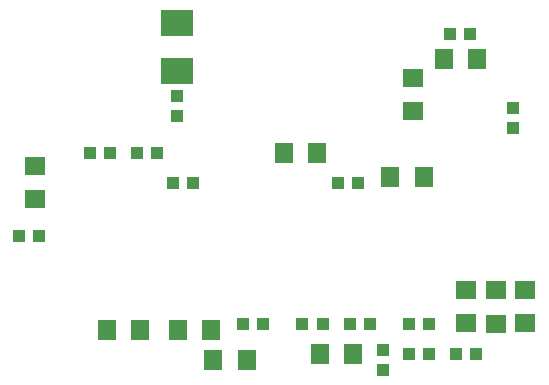
<source format=gbr>
G04 EAGLE Gerber RS-274X export*
G75*
%MOMM*%
%FSLAX34Y34*%
%LPD*%
%INSolderpaste Top*%
%IPPOS*%
%AMOC8*
5,1,8,0,0,1.08239X$1,22.5*%
G01*
%ADD10R,1.600000X1.800000*%
%ADD11R,1.800000X1.600000*%
%ADD12R,1.100000X1.000000*%
%ADD13R,2.794000X2.286000*%
%ADD14R,1.600000X1.803000*%
%ADD15R,1.000000X1.100000*%
%ADD16R,1.803000X1.600000*%


D10*
X449000Y385000D03*
X421000Y385000D03*
D11*
X395000Y369000D03*
X395000Y341000D03*
D12*
X443500Y406000D03*
X426500Y406000D03*
X195000Y353500D03*
X195000Y336500D03*
X480000Y326500D03*
X480000Y343500D03*
D13*
X195000Y415460D03*
X195000Y374540D03*
D10*
X196000Y155000D03*
X224000Y155000D03*
D14*
X164220Y155000D03*
X135780Y155000D03*
X225780Y130000D03*
X254220Y130000D03*
D10*
X286000Y305000D03*
X314000Y305000D03*
D15*
X161500Y305000D03*
X178500Y305000D03*
D12*
X138500Y305000D03*
X121500Y305000D03*
D11*
X75000Y294000D03*
X75000Y266000D03*
D12*
X370000Y121500D03*
X370000Y138500D03*
D15*
X358500Y160000D03*
X341500Y160000D03*
X391500Y135000D03*
X408500Y135000D03*
X448500Y135000D03*
X431500Y135000D03*
D11*
X440000Y161000D03*
X440000Y189000D03*
D16*
X465000Y160780D03*
X465000Y189220D03*
D11*
X490000Y189000D03*
X490000Y161000D03*
D14*
X375780Y285000D03*
X404220Y285000D03*
D15*
X78500Y235000D03*
X61500Y235000D03*
D10*
X344000Y135000D03*
X316000Y135000D03*
D15*
X301500Y160000D03*
X318500Y160000D03*
D12*
X191500Y280000D03*
X208500Y280000D03*
X251500Y160000D03*
X268500Y160000D03*
X331500Y280000D03*
X348500Y280000D03*
X391500Y160000D03*
X408500Y160000D03*
M02*

</source>
